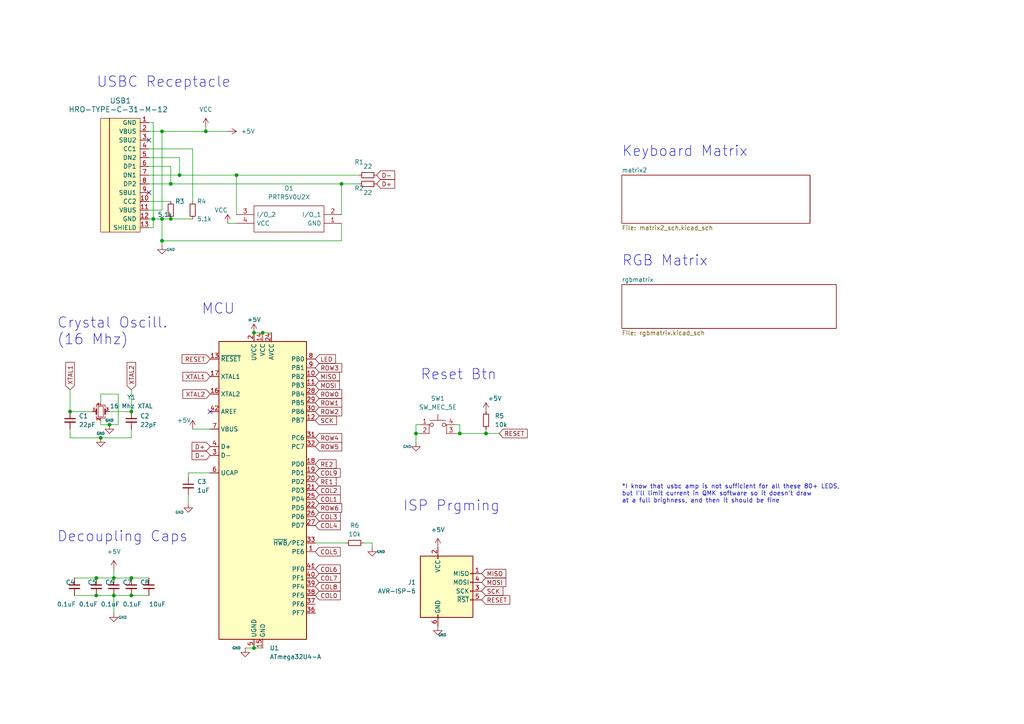
<source format=kicad_sch>
(kicad_sch (version 20211123) (generator eeschema)
  (paper "A4")
  (lib_symbols
    (symbol "Connector:AVR-ISP-6" (pin_names (offset 1.016))
      (property "Reference" "J" (at -6.35 11.43 0))
      (property "Value" "AVR-ISP-6" (at 0 11.43 0))
      (symbol "AVR-ISP-6_0_1"
        (rectangle (start -2.667 -6.858) (end -2.413 -7.62))
        (rectangle (start -2.667 10.16) (end -2.413 9.398))
        (rectangle (start 7.62 -2.413) (end 6.858 -2.667))
        (rectangle (start 7.62 0.127) (end 6.858 -0.127))
        (rectangle (start 7.62 2.667) (end 6.858 2.413))
        (rectangle (start 7.62 5.207) (end 6.858 4.953))
        (rectangle (start 7.62 10.16) (end -7.62 -7.62) (stroke (width 0.254)) (fill (type background)))
      )
      (symbol "AVR-ISP-6_1_1"
        (pin passive line (at 10.16 5.08 180) (length 2.54) (name "MISO") (number "1"))
        (pin passive line (at -2.54 12.7 270) (length 2.54) (name "VCC") (number "2"))
        (pin passive line (at 10.16 0 180) (length 2.54) (name "SCK") (number "3"))
        (pin passive line (at 10.16 2.54 180) (length 2.54) (name "MOSI") (number "4"))
        (pin passive line (at 10.16 -2.54 180) (length 2.54) (name "~{RST}") (number "5"))
        (pin passive line (at -2.54 -10.16 90) (length 2.54) (name "GND") (number "6"))
      )
    )
    (symbol "Device:C_Small" (pin_numbers hide) (pin_names (offset 0.254) hide)
      (property "Reference" "C" (at 0.254 1.778 0))
      (property "Value" "C_Small" (at 0.254 -2.032 0))
      (symbol "C_Small_0_1"
        (polyline (pts (xy -1.524 -0.508) (xy 1.524 -0.508)) (stroke (width 0.3302)))
        (polyline (pts (xy -1.524 0.508) (xy 1.524 0.508)) (stroke (width 0.3048)))
      )
      (symbol "C_Small_1_1"
        (pin passive line (at 0 2.54 270) (length 2.032) (name "~") (number "1"))
        (pin passive line (at 0 -2.54 90) (length 2.032) (name "~") (number "2"))
      )
    )
    (symbol "Device:Crystal_GND24_Small" (pin_names (offset 1.016) hide)
      (property "Reference" "Y" (at 1.27 4.445 0))
      (property "Value" "Crystal_GND24_Small" (at 1.27 2.54 0))
      (symbol "Crystal_GND24_Small_0_1"
        (rectangle (start -0.762 -1.524) (end 0.762 1.524))
        (polyline (pts (xy -1.27 -0.762) (xy -1.27 0.762)) (stroke (width 0.381)))
        (polyline (pts (xy 1.27 -0.762) (xy 1.27 0.762)) (stroke (width 0.381)))
        (polyline (pts (xy -1.27 -1.27) (xy -1.27 -1.905) (xy 1.27 -1.905) (xy 1.27 -1.27)))
        (polyline (pts (xy -1.27 1.27) (xy -1.27 1.905) (xy 1.27 1.905) (xy 1.27 1.27)))
      )
      (symbol "Crystal_GND24_Small_1_1"
        (pin passive line (at -2.54 0 0) (length 1.27) (name "1") (number "1"))
        (pin passive line (at 0 -2.54 90) (length 0.635) (name "2") (number "2"))
        (pin passive line (at 2.54 0 180) (length 1.27) (name "3") (number "3"))
        (pin passive line (at 0 2.54 270) (length 0.635) (name "4") (number "4"))
      )
    )
    (symbol "Device:R_Small" (pin_numbers hide) (pin_names (offset 0.254) hide)
      (property "Reference" "R" (at 0.762 0.508 0))
      (property "Value" "R_Small" (at 0.762 -1.016 0))
      (symbol "R_Small_0_1"
        (rectangle (start -0.762 1.778) (end 0.762 -1.778) (stroke (width 0.2032)))
      )
      (symbol "R_Small_1_1"
        (pin passive line (at 0 2.54 270) (length 0.762) (name "~") (number "1"))
        (pin passive line (at 0 -2.54 90) (length 0.762) (name "~") (number "2"))
      )
    )
    (symbol "MCU_Microchip_ATmega:ATmega32U4-A"
      (property "Reference" "U" (at -12.7 44.45 0))
      (property "Value" "ATmega32U4-A" (at 2.54 -44.45 0))
      (symbol "ATmega32U4-A_0_1"
        (rectangle (start -12.7 -43.18) (end 12.7 43.18) (stroke (width 0.254)) (fill (type background)))
      )
      (symbol "ATmega32U4-A_1_1"
        (pin bidirectional line (at 15.24 -17.78 180) (length 2.54) (name "PE6") (number "1"))
        (pin bidirectional line (at 15.24 33.02 180) (length 2.54) (name "PB2") (number "10"))
        (pin bidirectional line (at 15.24 30.48 180) (length 2.54) (name "PB3") (number "11"))
        (pin bidirectional line (at 15.24 20.32 180) (length 2.54) (name "PB7") (number "12"))
        (pin input line (at -15.24 38.1 0) (length 2.54) (name "~{RESET}") (number "13"))
        (pin power_in line (at 0 45.72 270) (length 2.54) (name "VCC") (number "14"))
        (pin power_in line (at 0 -45.72 90) (length 2.54) (name "GND") (number "15"))
        (pin output line (at -15.24 27.94 0) (length 2.54) (name "XTAL2") (number "16"))
        (pin input line (at -15.24 33.02 0) (length 2.54) (name "XTAL1") (number "17"))
        (pin bidirectional line (at 15.24 7.62 180) (length 2.54) (name "PD0") (number "18"))
        (pin bidirectional line (at 15.24 5.08 180) (length 2.54) (name "PD1") (number "19"))
        (pin power_in line (at -2.54 45.72 270) (length 2.54) (name "UVCC") (number "2"))
        (pin bidirectional line (at 15.24 2.54 180) (length 2.54) (name "PD2") (number "20"))
        (pin bidirectional line (at 15.24 0 180) (length 2.54) (name "PD3") (number "21"))
        (pin bidirectional line (at 15.24 -5.08 180) (length 2.54) (name "PD5") (number "22"))
        (pin passive line (at 0 -45.72 90) (length 2.54) hide (name "GND") (number "23"))
        (pin power_in line (at 2.54 45.72 270) (length 2.54) (name "AVCC") (number "24"))
        (pin bidirectional line (at 15.24 -2.54 180) (length 2.54) (name "PD4") (number "25"))
        (pin bidirectional line (at 15.24 -7.62 180) (length 2.54) (name "PD6") (number "26"))
        (pin bidirectional line (at 15.24 -10.16 180) (length 2.54) (name "PD7") (number "27"))
        (pin bidirectional line (at 15.24 27.94 180) (length 2.54) (name "PB4") (number "28"))
        (pin bidirectional line (at 15.24 25.4 180) (length 2.54) (name "PB5") (number "29"))
        (pin bidirectional line (at -15.24 10.16 0) (length 2.54) (name "D-") (number "3"))
        (pin bidirectional line (at 15.24 22.86 180) (length 2.54) (name "PB6") (number "30"))
        (pin bidirectional line (at 15.24 15.24 180) (length 2.54) (name "PC6") (number "31"))
        (pin bidirectional line (at 15.24 12.7 180) (length 2.54) (name "PC7") (number "32"))
        (pin bidirectional line (at 15.24 -15.24 180) (length 2.54) (name "~{HWB}/PE2") (number "33"))
        (pin passive line (at 0 45.72 270) (length 2.54) hide (name "VCC") (number "34"))
        (pin passive line (at 0 -45.72 90) (length 2.54) hide (name "GND") (number "35"))
        (pin bidirectional line (at 15.24 -35.56 180) (length 2.54) (name "PF7") (number "36"))
        (pin bidirectional line (at 15.24 -33.02 180) (length 2.54) (name "PF6") (number "37"))
        (pin bidirectional line (at 15.24 -30.48 180) (length 2.54) (name "PF5") (number "38"))
        (pin bidirectional line (at 15.24 -27.94 180) (length 2.54) (name "PF4") (number "39"))
        (pin bidirectional line (at -15.24 12.7 0) (length 2.54) (name "D+") (number "4"))
        (pin bidirectional line (at 15.24 -25.4 180) (length 2.54) (name "PF1") (number "40"))
        (pin bidirectional line (at 15.24 -22.86 180) (length 2.54) (name "PF0") (number "41"))
        (pin passive line (at -15.24 22.86 0) (length 2.54) (name "AREF") (number "42"))
        (pin passive line (at 0 -45.72 90) (length 2.54) hide (name "GND") (number "43"))
        (pin passive line (at 2.54 45.72 270) (length 2.54) hide (name "AVCC") (number "44"))
        (pin passive line (at -2.54 -45.72 90) (length 2.54) (name "UGND") (number "5"))
        (pin passive line (at -15.24 5.08 0) (length 2.54) (name "UCAP") (number "6"))
        (pin input line (at -15.24 17.78 0) (length 2.54) (name "VBUS") (number "7"))
        (pin bidirectional line (at 15.24 38.1 180) (length 2.54) (name "PB0") (number "8"))
        (pin bidirectional line (at 15.24 35.56 180) (length 2.54) (name "PB1") (number "9"))
      )
    )
    (symbol "PRTR5V0U2X:PRTR5V0U2X" (pin_names (offset 0.762))
      (property "Reference" "D" (at 26.67 7.62 0))
      (property "Value" "PRTR5V0U2X" (at 26.67 5.08 0))
      (symbol "PRTR5V0U2X_0_0"
        (pin passive line (at 0 0 0) (length 5.08) (name "GND") (number "1"))
        (pin passive line (at 0 -2.54 0) (length 5.08) (name "I/O_1") (number "2"))
        (pin passive line (at 30.48 -2.54 180) (length 5.08) (name "I/O_2") (number "3"))
        (pin passive line (at 30.48 0 180) (length 5.08) (name "VCC") (number "4"))
      )
      (symbol "PRTR5V0U2X_0_1"
        (polyline (pts (xy 5.08 2.54) (xy 25.4 2.54) (xy 25.4 -5.08) (xy 5.08 -5.08) (xy 5.08 2.54)) (stroke (width 0.1524)))
      )
    )
    (symbol "Switch:SW_MEC_5E" (pin_names (offset 1.016) hide)
      (property "Reference" "SW" (at 0.635 5.715 0))
      (property "Value" "SW_MEC_5E" (at 0 -3.175 0))
      (symbol "SW_MEC_5E_0_1"
        (circle (center -1.778 2.54) (radius 0.508))
        (polyline (pts (xy -2.286 3.81) (xy 2.286 3.81)))
        (polyline (pts (xy 0 3.81) (xy 0 5.588)))
        (polyline (pts (xy -2.54 0) (xy -2.54 2.54) (xy -2.286 2.54)))
        (polyline (pts (xy 2.54 0) (xy 2.54 2.54) (xy 2.286 2.54)))
        (circle (center 1.778 2.54) (radius 0.508))
        (pin passive line (at -5.08 2.54 0) (length 2.54) (name "1") (number "1"))
        (pin passive line (at -5.08 0 0) (length 2.54) (name "2") (number "2"))
        (pin passive line (at 5.08 0 180) (length 2.54) (name "K") (number "3"))
        (pin passive line (at 5.08 2.54 180) (length 2.54) (name "A") (number "4"))
      )
    )
    (symbol "Type-C:HRO-TYPE-C-31-M-12" (pin_names (offset 1.016))
      (property "Reference" "USB" (at -5.08 16.51 0))
      (property "Value" "HRO-TYPE-C-31-M-12" (at -10.16 -1.27 90))
      (symbol "HRO-TYPE-C-31-M-12_0_1"
        (rectangle (start -11.43 15.24) (end -8.89 -17.78) (fill (type background)))
        (rectangle (start 0 -17.78) (end -8.89 15.24) (fill (type background)))
      )
      (symbol "HRO-TYPE-C-31-M-12_1_1"
        (pin input line (at 2.54 13.97 180) (length 2.54) (name "GND") (number "1"))
        (pin input line (at 2.54 -8.89 180) (length 2.54) (name "CC2") (number "10"))
        (pin input line (at 2.54 -11.43 180) (length 2.54) (name "VBUS") (number "11"))
        (pin input line (at 2.54 -13.97 180) (length 2.54) (name "GND") (number "12"))
        (pin input line (at 2.54 -16.51 180) (length 2.54) (name "SHIELD") (number "13"))
        (pin input line (at 2.54 11.43 180) (length 2.54) (name "VBUS") (number "2"))
        (pin input line (at 2.54 8.89 180) (length 2.54) (name "SBU2") (number "3"))
        (pin input line (at 2.54 6.35 180) (length 2.54) (name "CC1") (number "4"))
        (pin input line (at 2.54 3.81 180) (length 2.54) (name "DN2") (number "5"))
        (pin input line (at 2.54 1.27 180) (length 2.54) (name "DP1") (number "6"))
        (pin input line (at 2.54 -1.27 180) (length 2.54) (name "DN1") (number "7"))
        (pin input line (at 2.54 -3.81 180) (length 2.54) (name "DP2") (number "8"))
        (pin input line (at 2.54 -6.35 180) (length 2.54) (name "SBU1") (number "9"))
      )
    )
    (symbol "power:+5V" (power) (pin_names (offset 0))
      (property "Value" "+5V" (at 0 3.556 0))
      (symbol "+5V_0_1"
        (polyline (pts (xy -0.762 1.27) (xy 0 2.54)))
        (polyline (pts (xy 0 0) (xy 0 2.54)))
        (polyline (pts (xy 0 2.54) (xy 0.762 1.27)))
      )
      (symbol "+5V_1_1"
        (pin power_in line (at 0 0 90) (length 0) hide (name "+5V") (number "1"))
      )
    )
    (symbol "power:GND" (power) (pin_names (offset 0))
      (property "Value" "GND" (at 0 -3.81 0))
      (symbol "GND_0_1"
        (polyline (pts (xy 0 0) (xy 0 -1.27) (xy 1.27 -1.27) (xy 0 -2.54) (xy -1.27 -1.27) (xy 0 -1.27)))
      )
      (symbol "GND_1_1"
        (pin power_in line (at 0 0 270) (length 0) hide (name "GND") (number "1"))
      )
    )
    (symbol "power:VCC" (power) (pin_names (offset 0))
      (property "Value" "VCC" (at 0 3.81 0))
      (symbol "VCC_0_1"
        (polyline (pts (xy -0.762 1.27) (xy 0 2.54)))
        (polyline (pts (xy 0 0) (xy 0 2.54)))
        (polyline (pts (xy 0 2.54) (xy 0.762 1.27)))
      )
      (symbol "VCC_1_1"
        (pin power_in line (at 0 0 90) (length 0) hide (name "VCC") (number "1"))
      )
    )
  )
  (junction (at 27.94 167.64))
  (junction (at 27.94 172.72))
  (junction (at 73.66 96.52))
  (junction (at 49.53 53.34))
  (junction (at 46.99 38.1))
  (junction (at 73.66 187.96))
  (junction (at 38.1 119.38))
  (junction (at 33.02 172.72))
  (junction (at 31.75 123.19))
  (junction (at 38.1 172.72))
  (junction (at 46.99 69.85))
  (junction (at 133.35 125.73))
  (junction (at 33.02 167.64))
  (junction (at 59.69 38.1))
  (junction (at 120.65 125.73))
  (junction (at 44.45 63.5))
  (junction (at 29.21 127))
  (junction (at 20.32 119.38))
  (junction (at 38.1 167.64))
  (junction (at 46.99 63.5))
  (junction (at 49.53 63.5))
  (junction (at 68.58 50.8))
  (junction (at 99.06 53.34))
  (junction (at 52.07 50.8))
  (junction (at 140.97 125.73))
  (junction (at 76.2 96.52))
  (no_connect (at 43.18 40.64))
  (no_connect (at 43.18 55.88))
  (no_connect (at 60.96 119.38))
  (wire (pts (xy 43.18 63.5) (xy 44.45 63.5)))
  (wire (pts (xy 133.35 123.19) (xy 133.35 125.73)))
  (wire (pts (xy 27.94 172.72) (xy 33.02 172.72)))
  (wire (pts (xy 140.97 124.46) (xy 140.97 125.73)))
  (wire (pts (xy 54.61 137.16) (xy 54.61 138.43)))
  (wire (pts (xy 43.18 66.04) (xy 44.45 66.04)))
  (wire (pts (xy 38.1 113.03) (xy 38.1 119.38)))
  (wire (pts (xy 46.99 69.85) (xy 99.06 69.85)))
  (wire (pts (xy 71.12 187.96) (xy 73.66 187.96)))
  (wire (pts (xy 68.58 50.8) (xy 68.58 62.23)))
  (wire (pts (xy 59.69 38.1) (xy 59.69 36.83)))
  (wire (pts (xy 27.94 167.64) (xy 33.02 167.64)))
  (wire (pts (xy 33.02 165.1) (xy 33.02 167.64)))
  (wire (pts (xy 46.99 63.5) (xy 49.53 63.5)))
  (wire (pts (xy 133.35 125.73) (xy 140.97 125.73)))
  (wire (pts (xy 46.99 69.85) (xy 46.99 71.12)))
  (wire (pts (xy 73.66 96.52) (xy 76.2 96.52)))
  (wire (pts (xy 120.65 125.73) (xy 120.65 128.27)))
  (wire (pts (xy 76.2 96.52) (xy 78.74 96.52)))
  (wire (pts (xy 21.59 172.72) (xy 27.94 172.72)))
  (wire (pts (xy 33.02 172.72) (xy 33.02 177.8)))
  (wire (pts (xy 73.66 187.96) (xy 76.2 187.96)))
  (wire (pts (xy 29.21 116.84) (xy 29.21 114.3)))
  (wire (pts (xy 38.1 127) (xy 38.1 124.46)))
  (wire (pts (xy 43.18 48.26) (xy 49.53 48.26)))
  (wire (pts (xy 44.45 35.56) (xy 43.18 35.56)))
  (wire (pts (xy 29.21 127) (xy 38.1 127)))
  (wire (pts (xy 66.04 64.77) (xy 68.58 64.77)))
  (wire (pts (xy 107.95 157.48) (xy 105.41 157.48)))
  (wire (pts (xy 33.02 167.64) (xy 38.1 167.64)))
  (wire (pts (xy 99.06 53.34) (xy 104.14 53.34)))
  (wire (pts (xy 132.08 125.73) (xy 133.35 125.73)))
  (wire (pts (xy 52.07 45.72) (xy 52.07 50.8)))
  (wire (pts (xy 44.45 63.5) (xy 46.99 63.5)))
  (wire (pts (xy 29.21 121.92) (xy 29.21 123.19)))
  (wire (pts (xy 43.18 45.72) (xy 52.07 45.72)))
  (wire (pts (xy 20.32 113.03) (xy 20.32 119.38)))
  (wire (pts (xy 43.18 53.34) (xy 49.53 53.34)))
  (wire (pts (xy 59.69 38.1) (xy 66.04 38.1)))
  (wire (pts (xy 49.53 48.26) (xy 49.53 53.34)))
  (wire (pts (xy 52.07 50.8) (xy 68.58 50.8)))
  (wire (pts (xy 38.1 172.72) (xy 43.18 172.72)))
  (wire (pts (xy 120.65 123.19) (xy 120.65 125.73)))
  (wire (pts (xy 29.21 114.3) (xy 34.29 114.3)))
  (wire (pts (xy 46.99 63.5) (xy 46.99 69.85)))
  (wire (pts (xy 33.02 172.72) (xy 38.1 172.72)))
  (wire (pts (xy 121.92 125.73) (xy 120.65 125.73)))
  (wire (pts (xy 44.45 66.04) (xy 44.45 63.5)))
  (wire (pts (xy 31.75 123.19) (xy 29.21 123.19)))
  (wire (pts (xy 49.53 63.5) (xy 55.88 63.5)))
  (wire (pts (xy 99.06 53.34) (xy 99.06 62.23)))
  (wire (pts (xy 140.97 125.73) (xy 144.78 125.73)))
  (wire (pts (xy 20.32 127) (xy 29.21 127)))
  (wire (pts (xy 20.32 119.38) (xy 26.67 119.38)))
  (wire (pts (xy 46.99 38.1) (xy 59.69 38.1)))
  (wire (pts (xy 68.58 50.8) (xy 104.14 50.8)))
  (wire (pts (xy 34.29 123.19) (xy 31.75 123.19)))
  (wire (pts (xy 55.88 43.18) (xy 55.88 58.42)))
  (wire (pts (xy 31.75 119.38) (xy 38.1 119.38)))
  (wire (pts (xy 43.18 38.1) (xy 46.99 38.1)))
  (wire (pts (xy 43.18 50.8) (xy 52.07 50.8)))
  (wire (pts (xy 54.61 143.51) (xy 54.61 146.05)))
  (wire (pts (xy 55.88 124.46) (xy 60.96 124.46)))
  (wire (pts (xy 60.96 137.16) (xy 54.61 137.16)))
  (wire (pts (xy 34.29 114.3) (xy 34.29 123.19)))
  (wire (pts (xy 99.06 64.77) (xy 99.06 69.85)))
  (wire (pts (xy 44.45 63.5) (xy 44.45 35.56)))
  (wire (pts (xy 21.59 167.64) (xy 27.94 167.64)))
  (wire (pts (xy 43.18 43.18) (xy 55.88 43.18)))
  (wire (pts (xy 38.1 167.64) (xy 43.18 167.64)))
  (wire (pts (xy 121.92 123.19) (xy 120.65 123.19)))
  (wire (pts (xy 107.95 158.75) (xy 107.95 157.48)))
  (wire (pts (xy 43.18 60.96) (xy 46.99 60.96)))
  (wire (pts (xy 132.08 123.19) (xy 133.35 123.19)))
  (wire (pts (xy 46.99 60.96) (xy 46.99 38.1)))
  (wire (pts (xy 49.53 53.34) (xy 99.06 53.34)))
  (wire (pts (xy 43.18 58.42) (xy 49.53 58.42)))
  (wire (pts (xy 20.32 124.46) (xy 20.32 127)))
  (wire (pts (xy 100.33 157.48) (xy 91.44 157.48)))
  (text "MCU\n" (at 58.42 91.44 0) (effects (font (size 3 3)) (justify left bottom)))
  (text "ISP Prgming\n" (at 116.84 148.59 0) (effects (font (size 3 3)) (justify left bottom)))
  (text "RGB Matrix" (at 180.34 77.47 0) (effects (font (size 3 3)) (justify left bottom)))
  (text "Reset Btn" (at 121.92 110.49 0) (effects (font (size 3 3)) (justify left bottom)))
  (text "USBC Receptacle\n\n" (at 27.94 30.48 0) (effects (font (size 3 3)) (justify left bottom)))
  (text "Keyboard Matrix" (at 180.34 45.72 0) (effects (font (size 3 3)) (justify left bottom)))
  (text "Crystal Oscill.\n(16 Mhz)\n" (at 16.51 100.33 0) (effects (font (size 3 3)) (justify left bottom)))
  (text "Decoupling Caps" (at 16.51 157.48 0) (effects (font (size 3 3)) (justify left bottom)))
  (text "*I know that usbc amp is not sufficient for all these 80+ LEDS, \nbut I'll limit current in QMK software so it doesn't draw \nat a full brighness, and then it should be fine\n" (at 180.34 146.05 0) (effects (font (size 1.27 1.27)) (justify left bottom)))
  (global_label "SCK" (shape input) (at 139.7 171.45 0) (property "Intersheet References" "${INTERSHEET_REFS}" (effects hide)))
  (global_label "RE1" (shape input) (at 91.44 139.7 0) (property "Intersheet References" "${INTERSHEET_REFS}" (effects hide)))
  (global_label "D+" (shape input) (at 109.22 53.34 0) (property "Intersheet References" "${INTERSHEET_REFS}" (effects hide)))
  (global_label "COL6" (shape input) (at 91.44 165.1 0) (property "Intersheet References" "${INTERSHEET_REFS}" (effects hide)))
  (global_label "ROW5" (shape input) (at 91.44 129.54 0) (property "Intersheet References" "${INTERSHEET_REFS}" (effects hide)))
  (global_label "LED" (shape input) (at 91.44 104.14 0) (property "Intersheet References" "${INTERSHEET_REFS}" (effects hide)))
  (global_label "MISO" (shape input) (at 139.7 166.37 0) (property "Intersheet References" "${INTERSHEET_REFS}" (effects hide)))
  (global_label "RESET" (shape input) (at 139.7 173.99 0) (property "Intersheet References" "${INTERSHEET_REFS}" (effects hide)))
  (global_label "ROW2" (shape input) (at 91.44 119.38 0) (property "Intersheet References" "${INTERSHEET_REFS}" (effects hide)))
  (global_label "ROW6" (shape input) (at 91.44 147.32 0) (property "Intersheet References" "${INTERSHEET_REFS}" (effects hide)))
  (global_label "COL3" (shape input) (at 91.44 149.86 0) (property "Intersheet References" "${INTERSHEET_REFS}" (effects hide)))
  (global_label "COL2" (shape input) (at 91.44 142.24 0) (property "Intersheet References" "${INTERSHEET_REFS}" (effects hide)))
  (global_label "COL9" (shape input) (at 91.44 137.16 0) (property "Intersheet References" "${INTERSHEET_REFS}" (effects hide)))
  (global_label "XTAL2" (shape input) (at 60.96 114.3 180) (property "Intersheet References" "${INTERSHEET_REFS}" (effects hide)))
  (global_label "ROW3" (shape input) (at 91.44 106.68 0) (property "Intersheet References" "${INTERSHEET_REFS}" (effects hide)))
  (global_label "COL1" (shape input) (at 91.44 144.78 0) (property "Intersheet References" "${INTERSHEET_REFS}" (effects hide)))
  (global_label "SCK" (shape input) (at 91.44 121.92 0) (property "Intersheet References" "${INTERSHEET_REFS}" (effects hide)))
  (global_label "ROW4" (shape input) (at 91.44 127 0) (property "Intersheet References" "${INTERSHEET_REFS}" (effects hide)))
  (global_label "D+" (shape input) (at 60.96 129.54 180) (property "Intersheet References" "${INTERSHEET_REFS}" (effects hide)))
  (global_label "COL8" (shape input) (at 91.44 170.18 0) (property "Intersheet References" "${INTERSHEET_REFS}" (effects hide)))
  (global_label "XTAL1" (shape input) (at 20.32 113.03 90) (property "Intersheet References" "${INTERSHEET_REFS}" (effects hide)))
  (global_label "COL4" (shape input) (at 91.44 152.4 0) (property "Intersheet References" "${INTERSHEET_REFS}" (effects hide)))
  (global_label "D-" (shape input) (at 60.96 132.08 180) (property "Intersheet References" "${INTERSHEET_REFS}" (effects hide)))
  (global_label "COL0" (shape input) (at 91.44 172.72 0) (property "Intersheet References" "${INTERSHEET_REFS}" (effects hide)))
  (global_label "XTAL1" (shape input) (at 60.96 109.22 180) (property "Intersheet References" "${INTERSHEET_REFS}" (effects hide)))
  (global_label "ROW1" (shape input) (at 91.44 116.84 0) (property "Intersheet References" "${INTERSHEET_REFS}" (effects hide)))
  (global_label "MISO" (shape input) (at 91.44 109.22 0) (property "Intersheet References" "${INTERSHEET_REFS}" (effects hide)))
  (global_label "MOSI" (shape input) (at 139.7 168.91 0) (property "Intersheet References" "${INTERSHEET_REFS}" (effects hide)))
  (global_label "XTAL2" (shape input) (at 38.1 113.03 90) (property "Intersheet References" "${INTERSHEET_REFS}" (effects hide)))
  (global_label "COL5" (shape input) (at 91.44 160.02 0) (property "Intersheet References" "${INTERSHEET_REFS}" (effects hide)))
  (global_label "RESET" (shape input) (at 144.78 125.73 0) (property "Intersheet References" "${INTERSHEET_REFS}" (effects hide)))
  (global_label "COL7" (shape input) (at 91.44 167.64 0) (property "Intersheet References" "${INTERSHEET_REFS}" (effects hide)))
  (global_label "ROW0" (shape input) (at 91.44 114.3 0) (property "Intersheet References" "${INTERSHEET_REFS}" (effects hide)))
  (global_label "RE2" (shape input) (at 91.44 134.62 0) (property "Intersheet References" "${INTERSHEET_REFS}" (effects hide)))
  (global_label "D-" (shape input) (at 109.22 50.8 0) (property "Intersheet References" "${INTERSHEET_REFS}" (effects hide)))
  (global_label "MOSI" (shape input) (at 91.44 111.76 0) (property "Intersheet References" "${INTERSHEET_REFS}" (effects hide)))
  (global_label "RESET" (shape input) (at 60.96 104.14 180) (property "Intersheet References" "${INTERSHEET_REFS}" (effects hide)))
  (symbol (lib_id "power:+5V") (at 140.97 119.38 0) (unit 1)
    (property "Reference" "#PWR06" (effects hide))
    (property "Value" "+5V" (at 143.51 115.57 0))
  )
  (symbol (lib_id "power:GND") (at 46.99 71.12 0) (unit 1)
    (property "Reference" "#PWR0106" (effects hide))
    (property "Value" "GND" (at 49.53 72.39 0) (effects (font (size 0.762 0.762))))
  )
  (symbol (lib_id "Device:R_Small") (at 106.68 53.34 90) (unit 1)
    (property "Reference" "R2" (at 104.14 54.61 90))
    (property "Value" "22" (at 106.68 55.88 90))
    (property "Footprint" "Resistor_SMD:R_0805_2012Metric_Pad1.20x1.40mm_HandSolder" (effects hide))
  )
  (symbol (lib_id "Connector:AVR-ISP-6") (at 129.54 171.45 0) (unit 1)
    (property "Reference" "J1" (at 120.65 168.9099 0) (effects (justify right)))
    (property "Value" "AVR-ISP-6" (at 120.65 171.4499 0) (effects (justify right)))
    (property "Footprint" "random-keyboard-parts2:Reset_Pretty-Mask" (effects hide))
    (property "Datasheet" " ~" (effects hide))
  )
  (symbol (lib_id "power:+5V") (at 55.88 124.46 0) (unit 1)
    (property "Reference" "#PWR08" (effects hide))
    (property "Value" "+5V" (at 53.34 121.92 0))
  )
  (symbol (lib_id "Device:R_Small") (at 102.87 157.48 270) (unit 1)
    (property "Reference" "R6" (at 102.87 152.4 90))
    (property "Value" "10k" (at 102.87 154.94 90))
    (property "Footprint" "Resistor_SMD:R_0805_2012Metric_Pad1.20x1.40mm_HandSolder" (effects hide))
  )
  (symbol (lib_id "Device:C_Small") (at 54.61 140.97 0) (unit 1)
    (property "Reference" "C3" (at 57.15 139.7062 0) (effects (justify left)))
    (property "Value" "1uF" (at 57.15 142.2462 0) (effects (justify left)))
    (property "Footprint" "Capacitor_SMD:C_0805_2012Metric_Pad1.18x1.45mm_HandSolder" (effects hide))
  )
  (symbol (lib_id "power:+5V") (at 33.02 165.1 0) (unit 1)
    (property "Reference" "#PWR014" (effects hide))
    (property "Value" "+5V" (at 33.02 160.02 0))
  )
  (symbol (lib_id "power:+5V") (at 73.66 96.52 0) (unit 1)
    (property "Reference" "#PWR05" (effects hide))
    (property "Value" "+5V" (at 73.66 92.71 0))
  )
  (symbol (lib_id "Device:C_Small") (at 20.32 121.92 0) (unit 1)
    (property "Reference" "C1" (at 22.86 120.6562 0) (effects (justify left)))
    (property "Value" "22pF" (at 22.86 123.1962 0) (effects (justify left)))
    (property "Footprint" "Capacitor_SMD:C_0805_2012Metric_Pad1.18x1.45mm_HandSolder" (effects hide))
  )
  (symbol (lib_id "power:+5V") (at 66.04 38.1 270) (unit 1)
    (property "Reference" "#PWR02" (effects hide))
    (property "Value" "+5V" (at 69.85 38.0999 90) (effects (justify left)))
  )
  (symbol (lib_id "power:GND") (at 120.65 128.27 0) (unit 1)
    (property "Reference" "#PWR0107" (effects hide))
    (property "Value" "GND" (at 118.11 129.54 0) (effects (font (size 0.762 0.762))))
  )
  (symbol (lib_id "Device:R_Small") (at 140.97 121.92 0) (unit 1)
    (property "Reference" "R5" (at 143.51 120.6499 0) (effects (justify left)))
    (property "Value" "10k" (at 143.51 123.1899 0) (effects (justify left)))
    (property "Footprint" "Resistor_SMD:R_0805_2012Metric_Pad1.20x1.40mm_HandSolder" (effects hide))
  )
  (symbol (lib_id "power:GND") (at 29.21 127 0) (unit 1)
    (property "Reference" "#PWR0103" (effects hide))
    (property "Value" "GND" (at 29.21 125.73 0) (effects (font (size 0.762 0.762))))
  )
  (symbol (lib_id "power:VCC") (at 66.04 64.77 0) (unit 1)
    (property "Reference" "#PWR03" (effects hide))
    (property "Value" "VCC" (at 66.04 60.96 0) (effects (justify right)))
  )
  (symbol (lib_id "power:GND") (at 107.95 158.75 0) (unit 1)
    (property "Reference" "#PWR0108" (effects hide))
    (property "Value" "GND" (at 110.49 160.02 0) (effects (font (size 0.762 0.762))))
  )
  (symbol (lib_id "Device:R_Small") (at 49.53 60.96 180) (unit 1)
    (property "Reference" "R3" (at 50.8 58.42 0) (effects (justify right)))
    (property "Value" "5.1k" (at 45.72 62.23 0) (effects (justify right)))
    (property "Footprint" "Resistor_SMD:R_0805_2012Metric_Pad1.20x1.40mm_HandSolder" (effects hide))
  )
  (symbol (lib_id "power:GND") (at 33.02 177.8 0) (unit 1)
    (property "Reference" "#PWR0101" (effects hide))
    (property "Value" "GND" (at 35.56 179.07 0) (effects (font (size 0.762 0.762))))
  )
  (symbol (lib_id "Device:C_Small") (at 38.1 121.92 0) (unit 1)
    (property "Reference" "C2" (at 40.64 120.6562 0) (effects (justify left)))
    (property "Value" "22pF" (at 40.64 123.1962 0) (effects (justify left)))
    (property "Footprint" "Capacitor_SMD:C_0805_2012Metric_Pad1.18x1.45mm_HandSolder" (effects hide))
  )
  (symbol (lib_id "power:+5V") (at 127 158.75 0) (unit 1)
    (property "Reference" "#PWR013" (effects hide))
    (property "Value" "+5V" (at 127 153.67 0))
  )
  (symbol (lib_id "Device:C_Small") (at 43.18 170.18 0) (unit 1)
    (property "Reference" "C8" (at 40.64 168.91 0) (effects (justify left)))
    (property "Value" "10uF" (at 43.18 175.26 0) (effects (justify left)))
    (property "Footprint" "Capacitor_SMD:C_0805_2012Metric_Pad1.18x1.45mm_HandSolder" (effects hide))
  )
  (symbol (lib_id "Device:C_Small") (at 21.59 170.18 0) (unit 1)
    (property "Reference" "C4" (at 19.05 168.91 0) (effects (justify left)))
    (property "Value" "0.1uF" (at 16.51 175.26 0) (effects (justify left)))
    (property "Footprint" "Capacitor_SMD:C_0805_2012Metric_Pad1.18x1.45mm_HandSolder" (effects hide))
  )
  (symbol (lib_id "Switch:SW_MEC_5E") (at 127 125.73 0) (unit 1)
    (property "Reference" "SW1" (at 127 115.57 0))
    (property "Value" "SW_MEC_5E" (at 127 118.11 0))
    (property "Footprint" "Button_Switch_SMD:SW_MEC_5GSH9" (effects hide))
    (property "Datasheet" "http://www.apem.com/int/index.php?controller=attachment&id_attachment=1371" (effects hide))
  )
  (symbol (lib_id "power:GND") (at 54.61 146.05 0) (unit 1)
    (property "Reference" "#PWR0105" (effects hide))
    (property "Value" "GND" (at 52.07 148.59 0) (effects (font (size 0.762 0.762))))
  )
  (symbol (lib_id "Device:C_Small") (at 38.1 170.18 0) (unit 1)
    (property "Reference" "C7" (at 35.56 168.91 0) (effects (justify left)))
    (property "Value" "0.1uF" (at 35.56 175.26 0) (effects (justify left)))
    (property "Footprint" "Capacitor_SMD:C_0805_2012Metric_Pad1.18x1.45mm_HandSolder" (effects hide))
  )
  (symbol (lib_id "Type-C:HRO-TYPE-C-31-M-12") (at 40.64 49.53 0) (unit 1)
    (property "Reference" "USB1" (at 34.925 29.21 0) (effects (font (size 1.524 1.524))))
    (property "Value" "HRO-TYPE-C-31-M-12" (at 34.29 31.75 0) (effects (font (size 1.524 1.524))))
    (property "Footprint" "Type-C:HRO-TYPE-C-31-M-12-HandSoldering" (effects hide))
  )
  (symbol (lib_id "power:GND") (at 127 181.61 0) (unit 1)
    (property "Reference" "#PWR0123" (effects hide))
    (property "Value" "GND" (at 128.27 184.15 0) (effects (font (size 0.762 0.762))))
  )
  (symbol (lib_id "MCU_Microchip_ATmega:ATmega32U4-A") (at 76.2 142.24 0) (unit 1)
    (property "Reference" "U1" (at 78.2194 187.96 0) (effects (justify left)))
    (property "Value" "ATmega32U4-A" (at 78.2194 190.5 0) (effects (justify left)))
    (property "Footprint" "Package_QFP:TQFP-44_10x10mm_P0.8mm" (effects hide))
    (property "Datasheet" "http://ww1.microchip.com/downloads/en/DeviceDoc/Atmel-7766-8-bit-AVR-ATmega16U4-32U4_Datasheet.pdf" (effects hide))
  )
  (symbol (lib_id "Device:Crystal_GND24_Small") (at 29.21 119.38 0) (unit 1)
    (property "Reference" "Y1" (at 38.1 115.2398 0))
    (property "Value" "16 Mhz XTAL" (at 38.1 117.7798 0))
    (property "Footprint" "Crystal:Crystal_SMD_3225-4Pin_3.2x2.5mm_HandSoldering" (effects hide))
  )
  (symbol (lib_id "Device:C_Small") (at 27.94 170.18 0) (unit 1)
    (property "Reference" "C5" (at 25.4 168.91 0) (effects (justify left)))
    (property "Value" "0.1uF" (at 22.86 175.26 0) (effects (justify left)))
    (property "Footprint" "Capacitor_SMD:C_0805_2012Metric_Pad1.18x1.45mm_HandSolder" (effects hide))
  )
  (symbol (lib_id "Device:R_Small") (at 55.88 60.96 180) (unit 1)
    (property "Reference" "R4" (at 57.15 58.42 0) (effects (justify right)))
    (property "Value" "5.1k" (at 57.15 63.5 0) (effects (justify right)))
    (property "Footprint" "Resistor_SMD:R_0805_2012Metric_Pad1.20x1.40mm_HandSolder" (effects hide))
  )
  (symbol (lib_id "Device:C_Small") (at 33.02 170.18 0) (unit 1)
    (property "Reference" "C6" (at 30.48 168.91 0) (effects (justify left)))
    (property "Value" "0.1uF" (at 29.21 175.26 0) (effects (justify left)))
    (property "Footprint" "Capacitor_SMD:C_0805_2012Metric_Pad1.18x1.45mm_HandSolder" (effects hide))
  )
  (symbol (lib_id "Device:R_Small") (at 106.68 50.8 90) (unit 1)
    (property "Reference" "R1" (at 104.14 46.99 90))
    (property "Value" "22" (at 106.68 48.26 90))
    (property "Footprint" "Resistor_SMD:R_0805_2012Metric_Pad1.20x1.40mm_HandSolder" (effects hide))
  )
  (symbol (lib_id "PRTR5V0U2X:PRTR5V0U2X") (at 99.06 64.77 180) (unit 1)
    (property "Reference" "D1" (at 83.82 54.61 0))
    (property "Value" "PRTR5V0U2X" (at 83.82 57.15 0))
    (property "Footprint" "random-keyboard-parts2:SOT143B" (effects hide))
    (property "Datasheet" "https://assets.nexperia.com/documents/data-sheet/PRTR5V0U2X.pdf" (effects hide))
    (property "Description" "NEXPERIA - PRTR5V0U2X - DIODE, TVS, DUAL, SOT-143B" (effects hide))
    (property "Height" "1.1" (effects hide))
    (property "Manufacturer_Name" "Nexperia" (effects hide))
    (property "Manufacturer_Part_Number" "PRTR5V0U2X" (effects hide))
    (property "Mouser Part Number" "N/A" (effects hide))
    (property "Mouser Price/Stock" "https://www.mouser.co.uk/ProductDetail/Nexperia/PRTR5V0U2X?qs=vHuUswq2%252BsxqVTVM0kNyWw%3D%3D" (effects hide))
  )
  (symbol (lib_id "power:GND") (at 31.75 123.19 0) (unit 1)
    (property "Reference" "#PWR0104" (effects hide))
    (property "Value" "GND" (at 31.75 121.92 0) (effects (font (size 0.762 0.762))))
  )
  (symbol (lib_id "power:VCC") (at 59.69 36.83 0) (unit 1)
    (property "Reference" "#PWR01" (effects hide))
    (property "Value" "VCC" (at 59.69 31.75 0))
  )
  (symbol (lib_id "power:GND") (at 71.12 187.96 0) (unit 1)
    (property "Reference" "#PWR0102" (effects hide))
    (property "Value" "GND" (at 68.58 187.96 0) (effects (font (size 0.762 0.762))))
  )
  (sheet (at 180.34 50.8) (size 54.61 13.97) (stroke (width 0.1524))
    (property "Sheet name" "matrix2" (at 180.34 50.0884 0) (effects (justify left bottom)))
    (property "Sheet file" "matrix2_sch.kicad_sch" (at 180.34 65.3546 0) (effects (justify left top)))
  )
  (sheet (at 180.34 82.55) (size 62.23 12.7) (stroke (width 0.1524))
    (property "Sheet name" "rgbmatrix" (at 180.34 81.8384 0) (effects (justify left bottom)))
    (property "Sheet file" "rgbmatrix.kicad_sch" (at 180.34 95.8346 0) (effects (justify left top)))
  )
)
</source>
